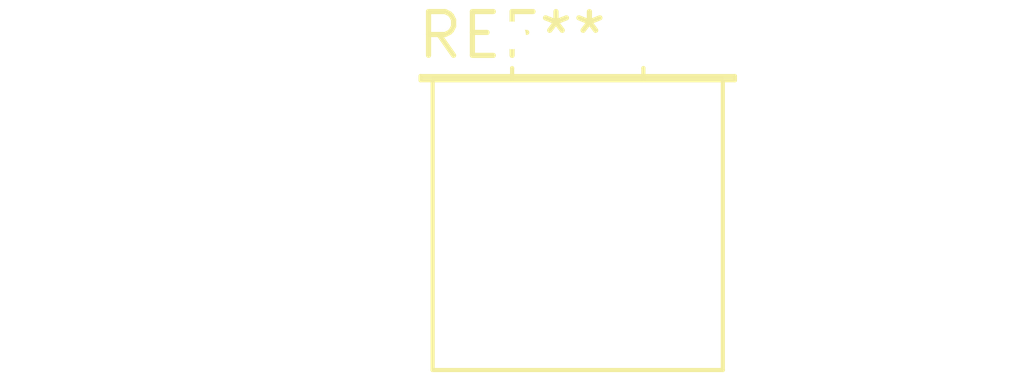
<source format=kicad_pcb>
(kicad_pcb (version 20240108) (generator pcbnew)
  (layers (0 "F.Cu" signal) (31 "B.Cu" signal) (34 "B.Paste" user) (35 "F.Paste" user) (36 "B.SilkS" user "B.Silkscreen") (37 "F.SilkS" user "F.Silkscreen") (38 "B.Mask" user) (39 "F.Mask" user) (44 "Edge.Cuts" user))
  (net 0 "")
  (footprint "Crystal_HC52-8mm_Horizontal" (layer "F.Cu") (at 0 0)
    (property "Reference" "REF**")
    (property "Value" "Crystal_HC52-8mm_Horizontal")
    (fp_line (start -2.65 1.18) (end 6.45 1.18) (layer "F.SilkS") (stroke (width 0.12)))
    (fp_line (start -2.65 1.3) (end -2.65 1.18) (layer "F.SilkS") (stroke (width 0.12)))
    (fp_line (start -2.3 1.3) (end -2.3 9.7) (layer "F.SilkS") (stroke (width 0.12)))
    (fp_line (start -2.3 9.7) (end 6.1 9.7) (layer "F.SilkS") (stroke (width 0.12)))
    (fp_line (start 0 0.95) (end 0 0.95) (layer "F.SilkS") (stroke (width 0.12)))
    (fp_line (start 0 1.3) (end 0 0.95) (layer "F.SilkS") (stroke (width 0.12)))
    (fp_line (start 3.8 0.95) (end 3.8 0.95) (layer "F.SilkS") (stroke (width 0.12)))
    (fp_line (start 3.8 1.3) (end 3.8 0.95) (layer "F.SilkS") (stroke (width 0.12)))
    (fp_line (start 6.1 1.3) (end -2.3 1.3) (layer "F.SilkS") (stroke (width 0.12)))
    (fp_line (start 6.1 9.7) (end 6.1 1.3) (layer "F.SilkS") (stroke (width 0.12)))
    (fp_line (start 6.45 1.18) (end 6.45 1.3) (layer "F.SilkS") (stroke (width 0.12)))
    (fp_line (start 6.45 1.3) (end -2.65 1.3) (layer "F.SilkS") (stroke (width 0.12)))
    (pad "1" thru_hole circle (at 0 0) (size 1.5 1.5) (drill 0.8) (layers *.Cu *.Mask) (remove_unused_layers))
    (pad "2" thru_hole circle (at 3.8 0) (size 1.5 1.5) (drill 0.8) (layers *.Cu *.Mask) (remove_unused_layers))
  )
)
</source>
